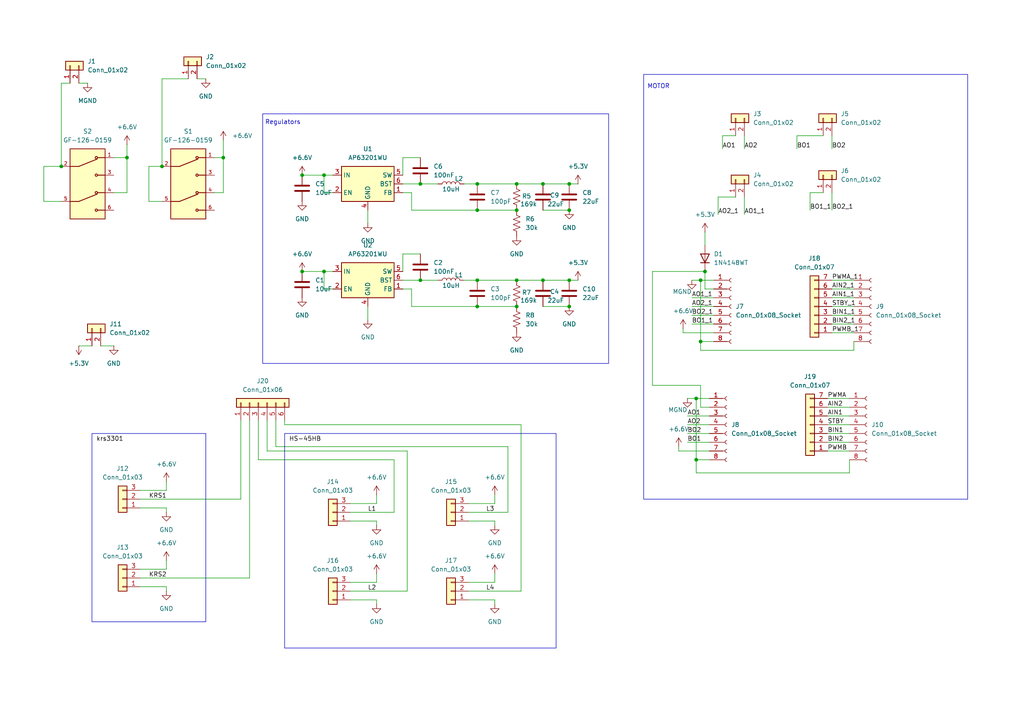
<source format=kicad_sch>
(kicad_sch (version 20250114) (generator "eeschema") (generator_version "9.0")
  (paper "A4")
  (lib_symbols
    (symbol "Connector:Conn_01x08_Socket" (pin_names (offset 1.016) (hide yes))
      (property "Reference" "J" (at 0 10.16 0))
      (property "Value" "Conn_01x08_Socket" (at 0 -12.7 0))
      (symbol "Conn_01x08_Socket_1_1"
        (polyline (pts (xy -1.27 7.62) (xy -0.508 7.62)) (stroke (width 0.1524)))
        (polyline (pts (xy -1.27 5.08) (xy -0.508 5.08)) (stroke (width 0.1524)))
        (polyline (pts (xy -1.27 2.54) (xy -0.508 2.54)) (stroke (width 0.1524)))
        (polyline (pts (xy -1.27 0) (xy -0.508 0)) (stroke (width 0.1524)))
        (polyline (pts (xy -1.27 -2.54) (xy -0.508 -2.54)) (stroke (width 0.1524)))
        (polyline (pts (xy -1.27 -5.08) (xy -0.508 -5.08)) (stroke (width 0.1524)))
        (polyline (pts (xy -1.27 -7.62) (xy -0.508 -7.62)) (stroke (width 0.1524)))
        (polyline (pts (xy -1.27 -10.16) (xy -0.508 -10.16)) (stroke (width 0.1524)))
        (arc (start 0 7.112) (mid -0.5058 7.62) (end 0 8.128) (stroke (width 0.1524)))
        (arc (start 0 4.572) (mid -0.5058 5.08) (end 0 5.588) (stroke (width 0.1524)))
        (arc (start 0 2.032) (mid -0.5058 2.54) (end 0 3.048) (stroke (width 0.1524)))
        (arc (start 0 -0.508) (mid -0.5058 0) (end 0 0.508) (stroke (width 0.1524)))
        (arc (start 0 -3.048) (mid -0.5058 -2.54) (end 0 -2.032) (stroke (width 0.1524)))
        (arc (start 0 -5.588) (mid -0.5058 -5.08) (end 0 -4.572) (stroke (width 0.1524)))
        (arc (start 0 -8.128) (mid -0.5058 -7.62) (end 0 -7.112) (stroke (width 0.1524)))
        (arc (start 0 -10.668) (mid -0.5058 -10.16) (end 0 -9.652) (stroke (width 0.1524)))
        (pin passive line (at -5.08 7.62 0) (length 3.81) (name "Pin_1") (number "1"))
        (pin passive line (at -5.08 5.08 0) (length 3.81) (name "Pin_2") (number "2"))
        (pin passive line (at -5.08 2.54 0) (length 3.81) (name "Pin_3") (number "3"))
        (pin passive line (at -5.08 0 0) (length 3.81) (name "Pin_4") (number "4"))
        (pin passive line (at -5.08 -2.54 0) (length 3.81) (name "Pin_5") (number "5"))
        (pin passive line (at -5.08 -5.08 0) (length 3.81) (name "Pin_6") (number "6"))
        (pin passive line (at -5.08 -7.62 0) (length 3.81) (name "Pin_7") (number "7"))
        (pin passive line (at -5.08 -10.16 0) (length 3.81) (name "Pin_8") (number "8"))
      )
    )
    (symbol "Connector_Generic:Conn_01x02" (pin_names (offset 1.016) (hide yes))
      (property "Reference" "J" (at 0 2.54 0))
      (property "Value" "Conn_01x02" (at 0 -5.08 0))
      (symbol "Conn_01x02_1_1"
        (rectangle (start -1.27 1.27) (end 1.27 -3.81) (stroke (width 0.254)) (fill (type background)))
        (rectangle (start -1.27 0.127) (end 0 -0.127) (stroke (width 0.1524)))
        (rectangle (start -1.27 -2.413) (end 0 -2.667) (stroke (width 0.1524)))
        (pin passive line (at -5.08 0 0) (length 3.81) (name "Pin_1") (number "1"))
        (pin passive line (at -5.08 -2.54 0) (length 3.81) (name "Pin_2") (number "2"))
      )
    )
    (symbol "Connector_Generic:Conn_01x03" (pin_names (offset 1.016) (hide yes))
      (property "Reference" "J" (at 0 5.08 0))
      (property "Value" "Conn_01x03" (at 0 -5.08 0))
      (symbol "Conn_01x03_1_1"
        (rectangle (start -1.27 3.81) (end 1.27 -3.81) (stroke (width 0.254)) (fill (type background)))
        (rectangle (start -1.27 2.667) (end 0 2.413) (stroke (width 0.1524)))
        (rectangle (start -1.27 0.127) (end 0 -0.127) (stroke (width 0.1524)))
        (rectangle (start -1.27 -2.413) (end 0 -2.667) (stroke (width 0.1524)))
        (pin passive line (at -5.08 2.54 0) (length 3.81) (name "Pin_1") (number "1"))
        (pin passive line (at -5.08 0 0) (length 3.81) (name "Pin_2") (number "2"))
        (pin passive line (at -5.08 -2.54 0) (length 3.81) (name "Pin_3") (number "3"))
      )
    )
    (symbol "Connector_Generic:Conn_01x06" (pin_names (offset 1.016) (hide yes))
      (property "Reference" "J" (at 0 7.62 0))
      (property "Value" "Conn_01x06" (at 0 -10.16 0))
      (symbol "Conn_01x06_1_1"
        (rectangle (start -1.27 6.35) (end 1.27 -8.89) (stroke (width 0.254)) (fill (type background)))
        (rectangle (start -1.27 5.207) (end 0 4.953) (stroke (width 0.1524)))
        (rectangle (start -1.27 2.667) (end 0 2.413) (stroke (width 0.1524)))
        (rectangle (start -1.27 0.127) (end 0 -0.127) (stroke (width 0.1524)))
        (rectangle (start -1.27 -2.413) (end 0 -2.667) (stroke (width 0.1524)))
        (rectangle (start -1.27 -4.953) (end 0 -5.207) (stroke (width 0.1524)))
        (rectangle (start -1.27 -7.493) (end 0 -7.747) (stroke (width 0.1524)))
        (pin passive line (at -5.08 5.08 0) (length 3.81) (name "Pin_1") (number "1"))
        (pin passive line (at -5.08 2.54 0) (length 3.81) (name "Pin_2") (number "2"))
        (pin passive line (at -5.08 0 0) (length 3.81) (name "Pin_3") (number "3"))
        (pin passive line (at -5.08 -2.54 0) (length 3.81) (name "Pin_4") (number "4"))
        (pin passive line (at -5.08 -5.08 0) (length 3.81) (name "Pin_5") (number "5"))
        (pin passive line (at -5.08 -7.62 0) (length 3.81) (name "Pin_6") (number "6"))
      )
    )
    (symbol "Connector_Generic:Conn_01x07" (pin_names (offset 1.016) (hide yes))
      (property "Reference" "J" (at 0 10.16 0))
      (property "Value" "Conn_01x07" (at 0 -10.16 0))
      (symbol "Conn_01x07_1_1"
        (rectangle (start -1.27 8.89) (end 1.27 -8.89) (stroke (width 0.254)) (fill (type background)))
        (rectangle (start -1.27 7.747) (end 0 7.493) (stroke (width 0.1524)))
        (rectangle (start -1.27 5.207) (end 0 4.953) (stroke (width 0.1524)))
        (rectangle (start -1.27 2.667) (end 0 2.413) (stroke (width 0.1524)))
        (rectangle (start -1.27 0.127) (end 0 -0.127) (stroke (width 0.1524)))
        (rectangle (start -1.27 -2.413) (end 0 -2.667) (stroke (width 0.1524)))
        (rectangle (start -1.27 -4.953) (end 0 -5.207) (stroke (width 0.1524)))
        (rectangle (start -1.27 -7.493) (end 0 -7.747) (stroke (width 0.1524)))
        (pin passive line (at -5.08 7.62 0) (length 3.81) (name "Pin_1") (number "1"))
        (pin passive line (at -5.08 5.08 0) (length 3.81) (name "Pin_2") (number "2"))
        (pin passive line (at -5.08 2.54 0) (length 3.81) (name "Pin_3") (number "3"))
        (pin passive line (at -5.08 0 0) (length 3.81) (name "Pin_4") (number "4"))
        (pin passive line (at -5.08 -2.54 0) (length 3.81) (name "Pin_5") (number "5"))
        (pin passive line (at -5.08 -5.08 0) (length 3.81) (name "Pin_6") (number "6"))
        (pin passive line (at -5.08 -7.62 0) (length 3.81) (name "Pin_7") (number "7"))
      )
    )
    (symbol "Device:C" (pin_numbers (hide yes)) (pin_names (offset 0.254))
      (property "Reference" "C" (at 0.635 2.54 0))
      (property "Value" "C" (at 0.635 -2.54 0))
      (symbol "C_0_1"
        (polyline (pts (xy -2.032 0.762) (xy 2.032 0.762)) (stroke (width 0.508)))
        (polyline (pts (xy -2.032 -0.762) (xy 2.032 -0.762)) (stroke (width 0.508)))
      )
      (symbol "C_1_1"
        (pin passive line (at 0 3.81 270) (length 2.794) (name "~") (number "1"))
        (pin passive line (at 0 -3.81 90) (length 2.794) (name "~") (number "2"))
      )
    )
    (symbol "Device:L" (pin_numbers (hide yes)) (pin_names (offset 1.016) (hide yes))
      (property "Reference" "L" (at -1.27 0 90))
      (property "Value" "L" (at 1.905 0 90))
      (symbol "L_0_1"
        (arc (start 0 2.54) (mid 0.6323 1.905) (end 0 1.27))
        (arc (start 0 1.27) (mid 0.6323 0.635) (end 0 0))
        (arc (start 0 0) (mid 0.6323 -0.635) (end 0 -1.27))
        (arc (start 0 -1.27) (mid 0.6323 -1.905) (end 0 -2.54))
      )
      (symbol "L_1_1"
        (pin passive line (at 0 3.81 270) (length 1.27) (name "1") (number "1"))
        (pin passive line (at 0 -3.81 90) (length 1.27) (name "2") (number "2"))
      )
    )
    (symbol "Device:R_US" (pin_numbers (hide yes)) (pin_names (offset 0))
      (property "Reference" "R" (at 2.54 0 90))
      (property "Value" "R_US" (at -2.54 0 90))
      (symbol "R_US_0_1"
        (polyline (pts (xy 0 2.286) (xy 0 2.54)))
        (polyline (pts (xy 0 2.286) (xy 1.016 1.905) (xy 0 1.524) (xy -1.016 1.143) (xy 0 0.762)))
        (polyline (pts (xy 0 0.762) (xy 1.016 0.381) (xy 0 0) (xy -1.016 -0.381) (xy 0 -0.762)))
        (polyline (pts (xy 0 -0.762) (xy 1.016 -1.143) (xy 0 -1.524) (xy -1.016 -1.905) (xy 0 -2.286)))
        (polyline (pts (xy 0 -2.286) (xy 0 -2.54)))
      )
      (symbol "R_US_1_1"
        (pin passive line (at 0 3.81 270) (length 1.27) (name "~") (number "1"))
        (pin passive line (at 0 -3.81 90) (length 1.27) (name "~") (number "2"))
      )
    )
    (symbol "Diode:1N4148WT" (pin_numbers (hide yes)) (pin_names (hide yes))
      (property "Reference" "D" (at 0 2.54 0))
      (property "Value" "1N4148WT" (at 0 -2.54 0))
      (symbol "1N4148WT_0_1"
        (polyline (pts (xy -1.27 1.27) (xy -1.27 -1.27)) (stroke (width 0.254)))
        (polyline (pts (xy 1.27 1.27) (xy 1.27 -1.27) (xy -1.27 0) (xy 1.27 1.27)) (stroke (width 0.254)))
        (polyline (pts (xy 1.27 0) (xy -1.27 0)))
      )
      (symbol "1N4148WT_1_1"
        (pin passive line (at -3.81 0 0) (length 2.54) (name "K") (number "1"))
        (pin passive line (at 3.81 0 180) (length 2.54) (name "A") (number "2"))
      )
    )
    (symbol "GF-126-0159:GF-126-0159" (pin_names (offset 1.016))
      (property "Reference" "S" (at -5.08 10.922 0))
      (property "Value" "GF-126-0159" (at -5.08 -12.7 0))
      (symbol "GF-126-0159_0_0"
        (rectangle (start -5.08 -10.16) (end 5.08 10.16) (stroke (width 0.254)) (fill (type background)))
        (polyline (pts (xy -2.54 5.08) (xy -5.08 5.08)) (stroke (width 0.254)))
        (polyline (pts (xy -2.54 5.08) (xy 2.794 7.2136)) (stroke (width 0.254)))
        (polyline (pts (xy -2.54 -5.08) (xy -5.08 -5.08)) (stroke (width 0.254)))
        (polyline (pts (xy -2.54 -5.08) (xy 2.794 -2.9464)) (stroke (width 0.254)))
        (circle (center 2.54 7.62) (radius 0.3302) (stroke (width 0.254)))
        (circle (center 2.54 2.54) (radius 0.3302) (stroke (width 0.254)))
        (circle (center 2.54 -2.54) (radius 0.3302) (stroke (width 0.254)))
        (circle (center 2.54 -7.62) (radius 0.3302) (stroke (width 0.254)))
        (polyline (pts (xy 5.08 7.62) (xy 2.921 7.62)) (stroke (width 0.254)))
        (polyline (pts (xy 5.08 2.54) (xy 2.921 2.54)) (stroke (width 0.254)))
        (polyline (pts (xy 5.08 -2.54) (xy 2.921 -2.54)) (stroke (width 0.254)))
        (polyline (pts (xy 5.08 -7.62) (xy 2.921 -7.62)) (stroke (width 0.254)))
        (pin passive line (at -7.62 5.08 0) (length 2.54) (name "~") (number "2"))
        (pin passive line (at -7.62 -5.08 0) (length 2.54) (name "~") (number "5"))
        (pin passive line (at 7.62 7.62 180) (length 2.54) (name "~") (number "1"))
        (pin passive line (at 7.62 2.54 180) (length 2.54) (name "~") (number "3"))
        (pin passive line (at 7.62 -2.54 180) (length 2.54) (name "~") (number "4"))
        (pin passive line (at 7.62 -7.62 180) (length 2.54) (name "~") (number "6"))
      )
    )
    (symbol "Regulator_Switching:AP63201WU"
      (property "Reference" "U" (at -7.62 6.35 0))
      (property "Value" "AP63201WU" (at 2.54 6.35 0))
      (symbol "AP63201WU_0_1"
        (rectangle (start -7.62 5.08) (end 7.62 -5.08) (stroke (width 0.254)) (fill (type background)))
      )
      (symbol "AP63201WU_1_1"
        (pin power_in line (at -10.16 2.54 0) (length 2.54) (name "IN") (number "3"))
        (pin input line (at -10.16 -2.54 0) (length 2.54) (name "EN") (number "2"))
        (pin power_in line (at 0 -7.62 90) (length 2.54) (name "GND") (number "4"))
        (pin output line (at 10.16 2.54 180) (length 2.54) (name "SW") (number "5"))
        (pin passive line (at 10.16 0 180) (length 2.54) (name "BST") (number "6"))
        (pin input line (at 10.16 -2.54 180) (length 2.54) (name "FB") (number "1"))
      )
    )
    (symbol "power:+1V0" (power) (pin_numbers (hide yes)) (pin_names (offset 0) (hide yes))
      (property "Value" "+1V0" (at 0 3.556 0))
      (symbol "+1V0_0_1"
        (polyline (pts (xy -0.762 1.27) (xy 0 2.54)))
        (polyline (pts (xy 0 2.54) (xy 0.762 1.27)))
        (polyline (pts (xy 0 0) (xy 0 2.54)))
      )
      (symbol "+1V0_1_1"
        (pin power_in line (at 0 0 90) (length 0) (name "~") (number "1"))
      )
    )
    (symbol "power:GND" (power) (pin_numbers (hide yes)) (pin_names (offset 0) (hide yes))
      (property "Value" "GND" (at 0 -3.81 0))
      (symbol "GND_0_1"
        (polyline (pts (xy 0 0) (xy 0 -1.27) (xy 1.27 -1.27) (xy 0 -2.54) (xy -1.27 -1.27) (xy 0 -1.27)))
      )
      (symbol "GND_1_1"
        (pin power_in line (at 0 0 270) (length 0) (name "~") (number "1"))
      )
    )
  )
  (rectangle (start 26.67 125.73) (end 59.69 180.34))
  (rectangle (start 82.55 125.73) (end 161.29 187.96))
  (rectangle (start 186.69 21.59) (end 280.67 144.78))
  (rectangle (start 76.2 33.02) (end 176.53 105.41))
  (text "Regulators\n" (at 82.042 35.56 0) (effects (font (size 1.27 1.27))))
  (text "MOTOR\n" (at 191.008 25.146 0) (effects (font (size 1.27 1.27))))
  (junction (at 138.43 60.96))
  (junction (at 149.86 60.96))
  (junction (at 138.43 88.9))
  (junction (at 165.1 53.34))
  (junction (at 165.1 60.96))
  (junction (at 93.98 50.8))
  (junction (at 93.98 78.74))
  (junction (at 17.78 48.26))
  (junction (at 87.63 50.8))
  (junction (at 149.86 53.34))
  (junction (at 204.47 78.74))
  (junction (at 201.93 133.35))
  (junction (at 64.77 45.72))
  (junction (at 157.48 81.28))
  (junction (at 46.99 48.26))
  (junction (at 165.1 81.28))
  (junction (at 149.86 81.28))
  (junction (at 87.63 78.74))
  (junction (at 149.86 88.9))
  (junction (at 165.1 88.9))
  (junction (at 36.83 45.72))
  (junction (at 121.92 53.34))
  (junction (at 138.43 53.34))
  (junction (at 157.48 53.34))
  (junction (at 138.43 81.28))
  (junction (at 121.92 81.28))
  (junction (at 203.2 99.06))
  (junction (at 203.2 81.28))
  (junction (at 201.93 115.57))
  (wire (pts (xy 40.64 165.1) (xy 48.26 165.1)))
  (wire (pts (xy 96.52 83.82) (xy 93.98 83.82)))
  (wire (pts (xy 40.64 144.78) (xy 69.85 144.78)))
  (wire (pts (xy 114.3 133.35) (xy 74.93 133.35)))
  (wire (pts (xy 209.55 39.37) (xy 209.55 43.18)))
  (wire (pts (xy 143.51 166.37) (xy 143.51 168.91)))
  (wire (pts (xy 199.39 123.19) (xy 205.74 123.19)))
  (wire (pts (xy 101.6 148.59) (xy 114.3 148.59)))
  (wire (pts (xy 109.22 143.51) (xy 109.22 146.05)))
  (wire (pts (xy 74.93 133.35) (xy 74.93 121.92)))
  (wire (pts (xy 64.77 40.64) (xy 64.77 45.72)))
  (wire (pts (xy 240.03 115.57) (xy 246.38 115.57)))
  (wire (pts (xy 241.3 86.36) (xy 247.65 86.36)))
  (wire (pts (xy 200.66 81.28) (xy 203.2 81.28)))
  (wire (pts (xy 12.7 48.26) (xy 17.78 48.26)))
  (wire (pts (xy 151.13 171.45) (xy 151.13 123.19)))
  (wire (pts (xy 207.01 83.82) (xy 204.47 83.82)))
  (wire (pts (xy 48.26 147.32) (xy 48.26 148.59)))
  (wire (pts (xy 205.74 130.81) (xy 196.85 130.81)))
  (wire (pts (xy 203.2 111.76) (xy 203.2 118.11)))
  (wire (pts (xy 127 53.34) (xy 121.92 53.34)))
  (wire (pts (xy 93.98 78.74) (xy 87.63 78.74)))
  (wire (pts (xy 201.93 133.35) (xy 201.93 115.57)))
  (wire (pts (xy 36.83 55.88) (xy 33.02 55.88)))
  (wire (pts (xy 203.2 101.6) (xy 203.2 99.06)))
  (wire (pts (xy 46.99 58.42) (xy 43.18 58.42)))
  (wire (pts (xy 241.3 39.37) (xy 241.3 43.18)))
  (wire (pts (xy 241.3 81.28) (xy 247.65 81.28)))
  (wire (pts (xy 247.65 101.6) (xy 203.2 101.6)))
  (wire (pts (xy 64.77 55.88) (xy 62.23 55.88)))
  (wire (pts (xy 231.14 39.37) (xy 231.14 43.18)))
  (wire (pts (xy 80.01 129.54) (xy 147.32 129.54)))
  (wire (pts (xy 96.52 78.74) (xy 93.98 78.74)))
  (wire (pts (xy 208.28 57.15) (xy 208.28 62.23)))
  (wire (pts (xy 119.38 60.96) (xy 119.38 55.88)))
  (wire (pts (xy 138.43 88.9) (xy 119.38 88.9)))
  (wire (pts (xy 240.03 120.65) (xy 246.38 120.65)))
  (wire (pts (xy 215.9 39.37) (xy 215.9 43.18)))
  (wire (pts (xy 106.68 92.71) (xy 106.68 88.9)))
  (wire (pts (xy 247.65 99.06) (xy 247.65 101.6)))
  (wire (pts (xy 149.86 60.96) (xy 138.43 60.96)))
  (wire (pts (xy 46.99 48.26) (xy 46.99 22.86)))
  (wire (pts (xy 40.64 167.64) (xy 72.39 167.64)))
  (wire (pts (xy 149.86 53.34) (xy 138.43 53.34)))
  (wire (pts (xy 59.69 22.86) (xy 57.15 22.86)))
  (wire (pts (xy 93.98 83.82) (xy 93.98 78.74)))
  (wire (pts (xy 12.7 58.42) (xy 12.7 48.26)))
  (wire (pts (xy 241.3 96.52) (xy 247.65 96.52)))
  (wire (pts (xy 167.64 81.28) (xy 165.1 81.28)))
  (wire (pts (xy 189.23 111.76) (xy 189.23 78.74)))
  (wire (pts (xy 143.51 173.99) (xy 143.51 175.26)))
  (wire (pts (xy 101.6 173.99) (xy 109.22 173.99)))
  (wire (pts (xy 241.3 93.98) (xy 247.65 93.98)))
  (wire (pts (xy 64.77 45.72) (xy 62.23 45.72)))
  (wire (pts (xy 135.89 171.45) (xy 151.13 171.45)))
  (wire (pts (xy 36.83 45.72) (xy 36.83 55.88)))
  (wire (pts (xy 17.78 24.13) (xy 17.78 48.26)))
  (wire (pts (xy 72.39 121.92) (xy 72.39 167.64)))
  (wire (pts (xy 209.55 39.37) (xy 213.36 39.37)))
  (wire (pts (xy 93.98 55.88) (xy 93.98 50.8)))
  (wire (pts (xy 135.89 173.99) (xy 143.51 173.99)))
  (wire (pts (xy 200.66 93.98) (xy 207.01 93.98)))
  (wire (pts (xy 40.64 142.24) (xy 48.26 142.24)))
  (wire (pts (xy 147.32 129.54) (xy 147.32 148.59)))
  (wire (pts (xy 127 81.28) (xy 121.92 81.28)))
  (wire (pts (xy 109.22 173.99) (xy 109.22 175.26)))
  (wire (pts (xy 241.3 88.9) (xy 247.65 88.9)))
  (wire (pts (xy 101.6 151.13) (xy 109.22 151.13)))
  (wire (pts (xy 157.48 81.28) (xy 149.86 81.28)))
  (wire (pts (xy 200.66 88.9) (xy 207.01 88.9)))
  (wire (pts (xy 135.89 151.13) (xy 143.51 151.13)))
  (wire (pts (xy 240.03 130.81) (xy 246.38 130.81)))
  (wire (pts (xy 241.3 55.88) (xy 241.3 60.96)))
  (wire (pts (xy 200.66 86.36) (xy 207.01 86.36)))
  (wire (pts (xy 80.01 121.92) (xy 80.01 129.54)))
  (wire (pts (xy 234.95 55.88) (xy 238.76 55.88)))
  (wire (pts (xy 116.84 78.74) (xy 116.84 73.66)))
  (wire (pts (xy 118.11 130.81) (xy 77.47 130.81)))
  (wire (pts (xy 48.26 162.56) (xy 48.26 165.1)))
  (wire (pts (xy 25.4 24.13) (xy 22.86 24.13)))
  (wire (pts (xy 119.38 83.82) (xy 116.84 83.82)))
  (wire (pts (xy 240.03 123.19) (xy 246.38 123.19)))
  (wire (pts (xy 40.64 147.32) (xy 48.26 147.32)))
  (wire (pts (xy 196.85 129.54) (xy 196.85 130.81)))
  (wire (pts (xy 17.78 58.42) (xy 12.7 58.42)))
  (wire (pts (xy 43.18 58.42) (xy 43.18 48.26)))
  (wire (pts (xy 241.3 91.44) (xy 247.65 91.44)))
  (wire (pts (xy 199.39 125.73) (xy 205.74 125.73)))
  (wire (pts (xy 234.95 55.88) (xy 234.95 60.96)))
  (wire (pts (xy 101.6 168.91) (xy 109.22 168.91)))
  (wire (pts (xy 48.26 170.18) (xy 48.26 171.45)))
  (wire (pts (xy 101.6 146.05) (xy 109.22 146.05)))
  (wire (pts (xy 149.86 88.9) (xy 138.43 88.9)))
  (wire (pts (xy 135.89 168.91) (xy 143.51 168.91)))
  (wire (pts (xy 134.62 53.34) (xy 138.43 53.34)))
  (wire (pts (xy 119.38 88.9) (xy 119.38 83.82)))
  (wire (pts (xy 204.47 78.74) (xy 204.47 83.82)))
  (wire (pts (xy 96.52 50.8) (xy 93.98 50.8)))
  (wire (pts (xy 203.2 99.06) (xy 203.2 81.28)))
  (wire (pts (xy 199.39 115.57) (xy 201.93 115.57)))
  (wire (pts (xy 36.83 41.91) (xy 36.83 45.72)))
  (wire (pts (xy 157.48 53.34) (xy 149.86 53.34)))
  (wire (pts (xy 205.74 133.35) (xy 201.93 133.35)))
  (wire (pts (xy 215.9 57.15) (xy 215.9 62.23)))
  (wire (pts (xy 203.2 111.76) (xy 189.23 111.76)))
  (wire (pts (xy 204.47 67.31) (xy 204.47 71.12)))
  (wire (pts (xy 29.21 100.33) (xy 33.02 100.33)))
  (wire (pts (xy 165.1 60.96) (xy 157.48 60.96)))
  (wire (pts (xy 143.51 151.13) (xy 143.51 152.4)))
  (wire (pts (xy 82.55 123.19) (xy 82.55 121.92)))
  (wire (pts (xy 64.77 45.72) (xy 64.77 55.88)))
  (wire (pts (xy 231.14 39.37) (xy 238.76 39.37)))
  (wire (pts (xy 208.28 57.15) (xy 213.36 57.15)))
  (wire (pts (xy 203.2 81.28) (xy 207.01 81.28)))
  (wire (pts (xy 151.13 123.19) (xy 82.55 123.19)))
  (wire (pts (xy 149.86 81.28) (xy 138.43 81.28)))
  (wire (pts (xy 199.39 120.65) (xy 205.74 120.65)))
  (wire (pts (xy 199.39 128.27) (xy 205.74 128.27)))
  (wire (pts (xy 157.48 81.28) (xy 165.1 81.28)))
  (wire (pts (xy 135.89 146.05) (xy 143.51 146.05)))
  (wire (pts (xy 135.89 148.59) (xy 147.32 148.59)))
  (wire (pts (xy 240.03 128.27) (xy 246.38 128.27)))
  (wire (pts (xy 116.84 45.72) (xy 121.92 45.72)))
  (wire (pts (xy 165.1 88.9) (xy 157.48 88.9)))
  (wire (pts (xy 93.98 50.8) (xy 87.63 50.8)))
  (wire (pts (xy 40.64 170.18) (xy 48.26 170.18)))
  (wire (pts (xy 43.18 48.26) (xy 46.99 48.26)))
  (wire (pts (xy 240.03 118.11) (xy 246.38 118.11)))
  (wire (pts (xy 189.23 78.74) (xy 204.47 78.74)))
  (wire (pts (xy 198.12 95.25) (xy 198.12 96.52)))
  (wire (pts (xy 201.93 137.16) (xy 201.93 133.35)))
  (wire (pts (xy 207.01 99.06) (xy 203.2 99.06)))
  (wire (pts (xy 200.66 91.44) (xy 207.01 91.44)))
  (wire (pts (xy 157.48 53.34) (xy 165.1 53.34)))
  (wire (pts (xy 77.47 130.81) (xy 77.47 121.92)))
  (wire (pts (xy 109.22 166.37) (xy 109.22 168.91)))
  (wire (pts (xy 106.68 64.77) (xy 106.68 60.96)))
  (wire (pts (xy 114.3 148.59) (xy 114.3 133.35)))
  (wire (pts (xy 119.38 55.88) (xy 116.84 55.88)))
  (wire (pts (xy 134.62 81.28) (xy 138.43 81.28)))
  (wire (pts (xy 36.83 45.72) (xy 33.02 45.72)))
  (wire (pts (xy 207.01 96.52) (xy 198.12 96.52)))
  (wire (pts (xy 96.52 55.88) (xy 93.98 55.88)))
  (wire (pts (xy 109.22 151.13) (xy 109.22 152.4)))
  (wire (pts (xy 138.43 60.96) (xy 119.38 60.96)))
  (wire (pts (xy 246.38 133.35) (xy 246.38 137.16)))
  (wire (pts (xy 246.38 137.16) (xy 201.93 137.16)))
  (wire (pts (xy 240.03 125.73) (xy 246.38 125.73)))
  (wire (pts (xy 167.64 53.34) (xy 165.1 53.34)))
  (wire (pts (xy 46.99 22.86) (xy 54.61 22.86)))
  (wire (pts (xy 116.84 50.8) (xy 116.84 45.72)))
  (wire (pts (xy 69.85 144.78) (xy 69.85 121.92)))
  (wire (pts (xy 143.51 143.51) (xy 143.51 146.05)))
  (wire (pts (xy 118.11 171.45) (xy 118.11 130.81)))
  (wire (pts (xy 48.26 139.7) (xy 48.26 142.24)))
  (wire (pts (xy 241.3 83.82) (xy 247.65 83.82)))
  (wire (pts (xy 205.74 118.11) (xy 203.2 118.11)))
  (wire (pts (xy 101.6 171.45) (xy 118.11 171.45)))
  (wire (pts (xy 116.84 53.34) (xy 121.92 53.34)))
  (wire (pts (xy 26.67 100.33) (xy 22.86 100.33)))
  (wire (pts (xy 201.93 115.57) (xy 205.74 115.57)))
  (wire (pts (xy 116.84 73.66) (xy 121.92 73.66)))
  (wire (pts (xy 17.78 24.13) (xy 20.32 24.13)))
  (wire (pts (xy 116.84 81.28) (xy 121.92 81.28)))
  (label "L2" (at 106.68 171.45 0))
  (label "L4" (at 140.97 171.45 0))
  (label "KRS1" (at 43.18 144.78 0))
  (label "PWMB" (at 240.03 130.81 0))
  (label "BIN1_1" (at 241.3 91.44 0))
  (label "PWMA" (at 240.03 115.57 0))
  (label "BO2" (at 199.39 125.73 0))
  (label "AO2_1" (at 208.28 62.23 0))
  (label "AO1" (at 199.39 120.65 0))
  (label "L1" (at 106.68 148.59 0))
  (label "HS-45HB" (at 83.82 128.27 0))
  (label "AO2" (at 199.39 123.19 0))
  (label "BO2_1" (at 241.3 60.96 0))
  (label "AO2_1" (at 200.66 88.9 0))
  (label "BIN1" (at 240.03 125.73 0))
  (label "KRS2" (at 43.18 167.64 0))
  (label "BO1" (at 231.14 43.18 0))
  (label "AO1_1" (at 215.9 62.23 0))
  (label "BIN2_1" (at 241.3 93.98 0))
  (label "AIN2" (at 240.03 118.11 0))
  (label "STBY" (at 240.03 123.19 0))
  (label "AIN1" (at 240.03 120.65 0))
  (label "AO1" (at 209.55 43.18 0))
  (label "PWMB_1" (at 241.3 96.52 0))
  (label "PWMA_1" (at 241.3 81.28 0))
  (label "BO1" (at 199.39 128.27 0))
  (label "AO1_1" (at 200.66 86.36 0))
  (label "AO2" (at 215.9 43.18 0))
  (label "BO2_1" (at 200.66 91.44 0))
  (label "AIN1_1" (at 241.3 86.36 0))
  (label "BIN2" (at 240.03 128.27 0))
  (label "krs3301" (at 27.94 128.27 0))
  (label "STBY_1" (at 241.3 88.9 0))
  (label "L3" (at 140.97 148.59 0))
  (label "AIN2_1" (at 241.3 83.82 0))
  (label "BO1_1" (at 234.95 60.96 0))
  (label "BO2" (at 241.3 43.18 0))
  (label "BO1_1" (at 200.66 93.98 0))
  (symbol (lib_id "Device:C") (at 121.92 49.53 0) (unit 1)
    (property "Reference" "C6" (at 125.73 48.2599 0) (effects (justify left)))
    (property "Value" "100nF" (at 125.73 50.7999 0) (effects (justify left)))
    (property "Footprint" "Capacitor_SMD:C_0603_1608Metric" (effects (hide yes)))
    (property "Description" "Unpolarized capacitor" (effects (hide yes)))
  )
  (symbol (lib_id "Device:L") (at 130.81 53.34 90) (unit 1)
    (property "Reference" "L2" (at 133.096 51.816 90))
    (property "Value" "10uH" (at 130.81 54.864 90))
    (property "Footprint" "Inductor_SMD:L_1210_3225Metric" (effects (hide yes)))
    (property "Description" "Inductor" (effects (hide yes)))
  )
  (symbol (lib_id "power:GND") (at 106.68 64.77 0) (unit 1)
    (property "Reference" "#PWR010" (effects (hide yes)))
    (property "Value" "GND" (at 106.68 69.85 0))
    (property "Description" "Power symbol creates a global label with name \"GND\" , ground" (effects (hide yes)))
  )
  (symbol (lib_id "Connector_Generic:Conn_01x02") (at 54.61 17.78 90) (unit 1)
    (property "Reference" "J2" (at 59.69 16.5099 90) (effects (justify right)))
    (property "Value" "Conn_01x02" (at 59.69 19.0499 90) (effects (justify right)))
    (property "Footprint" "Connector_Molex:Molex_KK-396_A-41791-0002_1x02_P3.96mm_Vertical" (effects (hide yes)))
    (property "Description" "Generic connector, single row, 01x02, script generated (kicad-library-utils/schlib/autogen/connector/)" (effects (hide yes)))
  )
  (symbol (lib_id "power:+1V0") (at 87.63 50.8 0) (unit 1)
    (property "Reference" "#PWR028" (effects (hide yes)))
    (property "Value" "+6.6V" (at 87.63 45.72 0))
    (property "Description" "Power symbol creates a global label with name \"+1V0\"" (effects (hide yes)))
  )
  (symbol (lib_id "Connector:Conn_01x08_Socket") (at 252.73 88.9 0) (unit 1)
    (property "Reference" "J9" (at 254 88.8999 0) (effects (justify left)))
    (property "Value" "Conn_01x08_Socket" (at 254 91.4399 0) (effects (justify left)))
    (property "Footprint" "Connector_PinHeader_2.54mm:PinHeader_1x08_P2.54mm_Vertical" (effects (hide yes)))
    (property "Description" "Generic connector, single row, 01x08, script generated" (effects (hide yes)))
  )
  (symbol (lib_id "GF-126-0159:GF-126-0159") (at 54.61 53.34 0) (unit 1)
    (property "Reference" "S1" (at 54.61 38.1 0))
    (property "Value" "GF-126-0159" (at 54.61 40.64 0))
    (property "Footprint" "GF_126_0159:SW_GF-126-0159" (effects (hide yes)))
    (property "MF" "CW Industries" (effects (hide yes)))
    (property "Purchase-URL" "https://pricing.snapeda.com/search/part/GF-126-0159/?ref=eda" (effects (hide yes)))
    (property "Package" "None" (effects (hide yes)))
    (property "Price" "None" (effects (hide yes)))
    (property "MP" "GF-126-0159" (effects (hide yes)))
    (property "Availability" "In Stock" (effects (hide yes)))
    (property "Description_1" "Slide Switch DPDT Through Hole" (effects (hide yes)))
  )
  (symbol (lib_id "Connector:Conn_01x08_Socket") (at 251.46 123.19 0) (unit 1)
    (property "Reference" "J10" (at 252.73 123.1899 0) (effects (justify left)))
    (property "Value" "Conn_01x08_Socket" (at 252.73 125.7299 0) (effects (justify left)))
    (property "Footprint" "Connector_PinHeader_2.54mm:PinHeader_1x08_P2.54mm_Vertical" (effects (hide yes)))
    (property "Description" "Generic connector, single row, 01x08, script generated" (effects (hide yes)))
  )
  (symbol (lib_id "Device:C") (at 87.63 82.55 0) (unit 1)
    (property "Reference" "C1" (at 91.44 81.2799 0) (effects (justify left)))
    (property "Value" "10uF" (at 91.44 83.8199 0) (effects (justify left)))
    (property "Footprint" "Capacitor_SMD:C_0603_1608Metric" (effects (hide yes)))
    (property "Description" "Unpolarized capacitor" (effects (hide yes)))
  )
  (symbol (lib_id "power:+1V0") (at 64.77 40.64 0) (unit 1)
    (property "Reference" "#PWR012" (effects (hide yes)))
    (property "Value" "+6.6V" (at 67.31 39.3699 0) (effects (justify left)))
    (property "Description" "Power symbol creates a global label with name \"+1V0\"" (effects (hide yes)))
  )
  (symbol (lib_id "power:+1V0") (at 196.85 129.54 0) (unit 1)
    (property "Reference" "#PWR023" (effects (hide yes)))
    (property "Value" "+6.6V" (at 196.85 124.46 0))
    (property "Description" "Power symbol creates a global label with name \"+1V0\"" (effects (hide yes)))
  )
  (symbol (lib_id "Connector_Generic:Conn_01x02") (at 238.76 34.29 90) (unit 1)
    (property "Reference" "J5" (at 243.84 33.0199 90) (effects (justify right)))
    (property "Value" "Conn_01x02" (at 243.84 35.5599 90) (effects (justify right)))
    (property "Footprint" "Connector_Molex:Molex_KK-396_A-41791-0002_1x02_P3.96mm_Vertical" (effects (hide yes)))
    (property "Description" "Generic connector, single row, 01x02, script generated (kicad-library-utils/schlib/autogen/connector/)" (effects (hide yes)))
  )
  (symbol (lib_id "Device:R_US") (at 149.86 57.15 0) (unit 1)
    (property "Reference" "R5" (at 151.384 56.896 0) (effects (justify left)))
    (property "Value" "169k" (at 150.876 59.182 0) (effects (justify left)))
    (property "Footprint" "Resistor_SMD:R_0603_1608Metric" (effects (hide yes)))
    (property "Description" "Resistor, US symbol" (effects (hide yes)))
  )
  (symbol (lib_id "Connector:Conn_01x08_Socket") (at 212.09 88.9 0) (unit 1)
    (property "Reference" "J7" (at 213.36 88.8999 0) (effects (justify left)))
    (property "Value" "Conn_01x08_Socket" (at 213.36 91.4399 0) (effects (justify left)))
    (property "Footprint" "Connector_PinHeader_2.54mm:PinHeader_1x08_P2.54mm_Vertical" (effects (hide yes)))
    (property "Description" "Generic connector, single row, 01x08, script generated" (effects (hide yes)))
  )
  (symbol (lib_id "power:GND") (at 143.51 152.4 0) (unit 1)
    (property "Reference" "#PWR039" (effects (hide yes)))
    (property "Value" "GND" (at 143.51 157.48 0))
    (property "Description" "Power symbol creates a global label with name \"GND\" , ground" (effects (hide yes)))
  )
  (symbol (lib_id "power:GND") (at 59.69 22.86 0) (unit 1)
    (property "Reference" "#PWR03" (effects (hide yes)))
    (property "Value" "GND" (at 59.69 27.94 0))
    (property "Description" "Power symbol creates a global label with name \"GND\" , ground" (effects (hide yes)))
  )
  (symbol (lib_id "power:+1V0") (at 167.64 81.28 0) (unit 1)
    (property "Reference" "#PWR031" (effects (hide yes)))
    (property "Value" "+5.3V" (at 167.64 76.2 0))
    (property "Description" "Power symbol creates a global label with name \"+1V0\"" (effects (hide yes)))
  )
  (symbol (lib_id "Connector_Generic:Conn_01x03") (at 35.56 144.78 180) (unit 1)
    (property "Reference" "J12" (at 35.56 135.89 0))
    (property "Value" "Conn_01x03" (at 35.56 138.43 0))
    (property "Footprint" "Connector_JST:JST_EH_B3B-EH-A_1x03_P2.50mm_Vertical" (effects (hide yes)))
    (property "Description" "Generic connector, single row, 01x03, script generated (kicad-library-utils/schlib/autogen/connector/)" (effects (hide yes)))
  )
  (symbol (lib_id "Connector_Generic:Conn_01x02") (at 20.32 19.05 90) (unit 1)
    (property "Reference" "J1" (at 25.4 17.7799 90) (effects (justify right)))
    (property "Value" "Conn_01x02" (at 25.4 20.3199 90) (effects (justify right)))
    (property "Footprint" "Connector_Molex:Molex_KK-396_A-41791-0002_1x02_P3.96mm_Vertical" (effects (hide yes)))
    (property "Description" "Generic connector, single row, 01x02, script generated (kicad-library-utils/schlib/autogen/connector/)" (effects (hide yes)))
  )
  (symbol (lib_id "Connector_Generic:Conn_01x02") (at 238.76 50.8 90) (unit 1)
    (property "Reference" "J6" (at 243.84 49.5299 90) (effects (justify right)))
    (property "Value" "Conn_01x02" (at 243.84 52.0699 90) (effects (justify right)))
    (property "Footprint" "Connector_Molex:Molex_KK-396_A-41791-0002_1x02_P3.96mm_Vertical" (effects (hide yes)))
    (property "Description" "Generic connector, single row, 01x02, script generated (kicad-library-utils/schlib/autogen/connector/)" (effects (hide yes)))
  )
  (symbol (lib_id "power:GND") (at 33.02 100.33 0) (unit 1)
    (property "Reference" "#PWR02" (effects (hide yes)))
    (property "Value" "GND" (at 33.02 105.41 0))
    (property "Description" "Power symbol creates a global label with name \"GND\" , ground" (effects (hide yes)))
  )
  (symbol (lib_id "power:+1V0") (at 22.86 100.33 180) (unit 1)
    (property "Reference" "#PWR01" (effects (hide yes)))
    (property "Value" "+5.3V" (at 22.86 105.41 0))
    (property "Description" "Power symbol creates a global label with name \"+1V0\"" (effects (hide yes)))
  )
  (symbol (lib_id "Device:C") (at 87.63 54.61 0) (unit 1)
    (property "Reference" "C5" (at 91.44 53.3399 0) (effects (justify left)))
    (property "Value" "10uF" (at 91.44 55.8799 0) (effects (justify left)))
    (property "Footprint" "Capacitor_SMD:C_0603_1608Metric" (effects (hide yes)))
    (property "Description" "Unpolarized capacitor" (effects (hide yes)))
  )
  (symbol (lib_id "power:+1V0") (at 143.51 166.37 0) (unit 1)
    (property "Reference" "#PWR042" (effects (hide yes)))
    (property "Value" "+6.6V" (at 143.51 161.29 0))
    (property "Description" "Power symbol creates a global label with name \"+1V0\"" (effects (hide yes)))
  )
  (symbol (lib_id "Diode:1N4148WT") (at 204.47 74.93 90) (unit 1)
    (property "Reference" "D1" (at 207.01 73.6599 90) (effects (justify right)))
    (property "Value" "1N4148WT" (at 207.01 76.1999 90) (effects (justify right)))
    (property "Footprint" "Diode_SMD:D_SOD-523" (effects (hide yes)))
    (property "Datasheet" "https://www.diodes.com/assets/Datasheets/ds30396.pdf" (effects (hide yes)))
    (property "Description" "75V 0.15A Fast switching Diode, SOD-523" (effects (hide yes)))
    (property "Sim.Device" "D" (effects (hide yes)))
    (property "Sim.Pins" "1=K 2=A" (effects (hide yes)))
  )
  (symbol (lib_id "Connector_Generic:Conn_01x03") (at 96.52 171.45 180) (unit 1)
    (property "Reference" "J16" (at 96.52 162.56 0))
    (property "Value" "Conn_01x03" (at 96.52 165.1 0))
    (property "Footprint" "Connector_JST:JST_EH_B3B-EH-A_1x03_P2.50mm_Vertical" (effects (hide yes)))
    (property "Description" "Generic connector, single row, 01x03, script generated (kicad-library-utils/schlib/autogen/connector/)" (effects (hide yes)))
  )
  (symbol (lib_id "power:GND") (at 143.51 175.26 0) (unit 1)
    (property "Reference" "#PWR043" (effects (hide yes)))
    (property "Value" "GND" (at 143.51 180.34 0))
    (property "Description" "Power symbol creates a global label with name \"GND\" , ground" (effects (hide yes)))
  )
  (symbol (lib_id "Connector_Generic:Conn_01x02") (at 213.36 34.29 90) (unit 1)
    (property "Reference" "J3" (at 218.44 33.0199 90) (effects (justify right)))
    (property "Value" "Conn_01x02" (at 218.44 35.5599 90) (effects (justify right)))
    (property "Footprint" "Connector_Molex:Molex_KK-396_A-41791-0002_1x02_P3.96mm_Vertical" (effects (hide yes)))
    (property "Description" "Generic connector, single row, 01x02, script generated (kicad-library-utils/schlib/autogen/connector/)" (effects (hide yes)))
  )
  (symbol (lib_id "Connector_Generic:Conn_01x07") (at 236.22 88.9 180) (unit 1)
    (property "Reference" "J18" (at 236.22 74.93 0))
    (property "Value" "Conn_01x07" (at 236.22 77.47 0))
    (property "Footprint" "Connector_JST:JST_EH_B7B-EH-A_1x07_P2.50mm_Vertical" (effects (hide yes)))
    (property "Description" "Generic connector, single row, 01x07, script generated (kicad-library-utils/schlib/autogen/connector/)" (effects (hide yes)))
  )
  (symbol (lib_id "Device:R_US") (at 149.86 85.09 0) (unit 1)
    (property "Reference" "R7" (at 151.384 84.836 0) (effects (justify left)))
    (property "Value" "169k" (at 150.876 87.122 0) (effects (justify left)))
    (property "Footprint" "Resistor_SMD:R_0603_1608Metric" (effects (hide yes)))
    (property "Description" "Resistor, US symbol" (effects (hide yes)))
  )
  (symbol (lib_id "Device:R_US") (at 149.86 92.71 0) (unit 1)
    (property "Reference" "R8" (at 152.4 91.4399 0) (effects (justify left)))
    (property "Value" "30k" (at 152.4 93.9799 0) (effects (justify left)))
    (property "Footprint" "Resistor_SMD:R_0603_1608Metric" (effects (hide yes)))
    (property "Description" "Resistor, US symbol" (effects (hide yes)))
  )
  (symbol (lib_id "power:+1V0") (at 48.26 139.7 0) (unit 1)
    (property "Reference" "#PWR044" (effects (hide yes)))
    (property "Value" "+6.6V" (at 48.26 134.62 0))
    (property "Description" "Power symbol creates a global label with name \"+1V0\"" (effects (hide yes)))
  )
  (symbol (lib_id "power:GND") (at 165.1 60.96 0) (unit 1)
    (property "Reference" "#PWR027" (effects (hide yes)))
    (property "Value" "GND" (at 165.1 66.04 0))
    (property "Description" "Power symbol creates a global label with name \"GND\" , ground" (effects (hide yes)))
  )
  (symbol (lib_id "Device:C") (at 121.92 77.47 0) (unit 1)
    (property "Reference" "C2" (at 125.73 76.1999 0) (effects (justify left)))
    (property "Value" "100nF" (at 125.73 78.7399 0) (effects (justify left)))
    (property "Footprint" "Capacitor_SMD:C_0603_1608Metric" (effects (hide yes)))
    (property "Description" "Unpolarized capacitor" (effects (hide yes)))
  )
  (symbol (lib_id "power:+1V0") (at 109.22 166.37 0) (unit 1)
    (property "Reference" "#PWR036" (effects (hide yes)))
    (property "Value" "+6.6V" (at 109.22 161.29 0))
    (property "Description" "Power symbol creates a global label with name \"+1V0\"" (effects (hide yes)))
  )
  (symbol (lib_id "power:GND") (at 87.63 58.42 0) (unit 1)
    (property "Reference" "#PWR09" (effects (hide yes)))
    (property "Value" "GND" (at 87.63 63.5 0))
    (property "Description" "Power symbol creates a global label with name \"GND\" , ground" (effects (hide yes)))
  )
  (symbol (lib_id "Connector_Generic:Conn_01x02") (at 213.36 52.07 90) (unit 1)
    (property "Reference" "J4" (at 218.44 50.7999 90) (effects (justify right)))
    (property "Value" "Conn_01x02" (at 218.44 53.3399 90) (effects (justify right)))
    (property "Footprint" "Connector_Molex:Molex_KK-396_A-41791-0002_1x02_P3.96mm_Vertical" (effects (hide yes)))
    (property "Description" "Generic connector, single row, 01x02, script generated (kicad-library-utils/schlib/autogen/connector/)" (effects (hide yes)))
  )
  (symbol (lib_id "Device:C") (at 138.43 57.15 0) (unit 1)
    (property "Reference" "C7" (at 142.24 55.8799 0) (effects (justify left)))
    (property "Value" "100pF" (at 142.24 58.4199 0) (effects (justify left)))
    (property "Footprint" "Capacitor_SMD:C_0603_1608Metric" (effects (hide yes)))
    (property "Description" "Unpolarized capacitor" (effects (hide yes)))
  )
  (symbol (lib_id "power:+1V0") (at 198.12 95.25 0) (unit 1)
    (property "Reference" "#PWR022" (effects (hide yes)))
    (property "Value" "+6.6V" (at 198.12 90.17 0))
    (property "Description" "Power symbol creates a global label with name \"+1V0\"" (effects (hide yes)))
  )
  (symbol (lib_id "Connector_Generic:Conn_01x06") (at 74.93 116.84 90) (unit 1)
    (property "Reference" "J20" (at 76.2 110.49 90))
    (property "Value" "Conn_01x06" (at 76.2 113.03 90))
    (property "Footprint" "Connector_JST:JST_EH_B6B-EH-A_1x06_P2.50mm_Vertical" (effects (hide yes)))
    (property "Description" "Generic connector, single row, 01x06, script generated (kicad-library-utils/schlib/autogen/connector/)" (effects (hide yes)))
  )
  (symbol (lib_id "Device:C") (at 157.48 85.09 0) (unit 1)
    (property "Reference" "C4" (at 159.512 84.582 0) (effects (justify left)))
    (property "Value" "22uF" (at 158.75 87.122 0) (effects (justify left)))
    (property "Footprint" "Capacitor_SMD:C_0603_1608Metric" (effects (hide yes)))
    (property "Description" "Unpolarized capacitor" (effects (hide yes)))
  )
  (symbol (lib_id "power:GND") (at 48.26 171.45 0) (unit 1)
    (property "Reference" "#PWR047" (effects (hide yes)))
    (property "Value" "GND" (at 48.26 176.53 0))
    (property "Description" "Power symbol creates a global label with name \"GND\" , ground" (effects (hide yes)))
  )
  (symbol (lib_id "power:GND") (at 200.66 81.28 0) (unit 1)
    (property "Reference" "#PWR05" (effects (hide yes)))
    (property "Value" "MGND" (at 197.866 84.582 0))
    (property "Description" "Power symbol creates a global label with name \"GND\" , ground" (effects (hide yes)))
  )
  (symbol (lib_id "Connector_Generic:Conn_01x03") (at 130.81 148.59 180) (unit 1)
    (property "Reference" "J15" (at 130.81 139.7 0))
    (property "Value" "Conn_01x03" (at 130.81 142.24 0))
    (property "Footprint" "Connector_JST:JST_EH_B3B-EH-A_1x03_P2.50mm_Vertical" (effects (hide yes)))
    (property "Description" "Generic connector, single row, 01x03, script generated (kicad-library-utils/schlib/autogen/connector/)" (effects (hide yes)))
  )
  (symbol (lib_id "power:+1V0") (at 109.22 143.51 0) (unit 1)
    (property "Reference" "#PWR035" (effects (hide yes)))
    (property "Value" "+6.6V" (at 109.22 138.43 0))
    (property "Description" "Power symbol creates a global label with name \"+1V0\"" (effects (hide yes)))
  )
  (symbol (lib_id "Connector_Generic:Conn_01x02") (at 26.67 95.25 90) (unit 1)
    (property "Reference" "J11" (at 31.75 93.9799 90) (effects (justify right)))
    (property "Value" "Conn_01x02" (at 31.75 96.5199 90) (effects (justify right)))
    (property "Footprint" "Connector_Molex:Molex_KK-396_A-41791-0002_1x02_P3.96mm_Vertical" (effects (hide yes)))
    (property "Description" "Generic connector, single row, 01x02, script generated (kicad-library-utils/schlib/autogen/connector/)" (effects (hide yes)))
  )
  (symbol (lib_id "power:+1V0") (at 204.47 67.31 0) (unit 1)
    (property "Reference" "#PWR016" (effects (hide yes)))
    (property "Value" "+5.3V" (at 204.47 62.23 0))
    (property "Description" "Power symbol creates a global label with name \"+1V0\"" (effects (hide yes)))
  )
  (symbol (lib_id "power:+1V0") (at 87.63 78.74 0) (unit 1)
    (property "Reference" "#PWR06" (effects (hide yes)))
    (property "Value" "+6.6V" (at 87.63 73.66 0))
    (property "Description" "Power symbol creates a global label with name \"+1V0\"" (effects (hide yes)))
  )
  (symbol (lib_id "Regulator_Switching:AP63201WU") (at 106.68 81.28 0) (unit 1)
    (property "Reference" "U2" (at 106.68 71.12 0))
    (property "Value" "AP63201WU" (at 106.68 73.66 0))
    (property "Footprint" "Package_TO_SOT_SMD:TSOT-23-6" (effects (hide yes)))
    (property "Datasheet" "https://www.diodes.com/assets/Datasheets/AP63200-AP63201-AP63203-AP63205.pdf" (effects (hide yes)))
    (property "Description" "2A, 500kHz Buck DC/DC Converter, adjustable output voltage, TSOT-23-6" (effects (hide yes)))
  )
  (symbol (lib_id "Connector_Generic:Conn_01x03") (at 130.81 171.45 180) (unit 1)
    (property "Reference" "J17" (at 130.81 162.56 0))
    (property "Value" "Conn_01x03" (at 130.81 165.1 0))
    (property "Footprint" "Connector_JST:JST_EH_B3B-EH-A_1x03_P2.50mm_Vertical" (effects (hide yes)))
    (property "Description" "Generic connector, single row, 01x03, script generated (kicad-library-utils/schlib/autogen/connector/)" (effects (hide yes)))
  )
  (symbol (lib_id "Device:C") (at 157.48 57.15 0) (unit 1)
    (property "Reference" "C9" (at 159.512 56.642 0) (effects (justify left)))
    (property "Value" "22uF" (at 158.75 59.182 0) (effects (justify left)))
    (property "Footprint" "Capacitor_SMD:C_0603_1608Metric" (effects (hide yes)))
    (property "Description" "Unpolarized capacitor" (effects (hide yes)))
  )
  (symbol (lib_id "power:GND") (at 149.86 96.52 0) (unit 1)
    (property "Reference" "#PWR029" (effects (hide yes)))
    (property "Value" "GND" (at 149.86 101.6 0))
    (property "Description" "Power symbol creates a global label with name \"GND\" , ground" (effects (hide yes)))
  )
  (symbol (lib_id "power:GND") (at 48.26 148.59 0) (unit 1)
    (property "Reference" "#PWR045" (effects (hide yes)))
    (property "Value" "GND" (at 48.26 153.67 0))
    (property "Description" "Power symbol creates a global label with name \"GND\" , ground" (effects (hide yes)))
  )
  (symbol (lib_id "power:GND") (at 199.39 115.57 0) (unit 1)
    (property "Reference" "#PWR024" (effects (hide yes)))
    (property "Value" "MGND" (at 196.596 118.872 0))
    (property "Description" "Power symbol creates a global label with name \"GND\" , ground" (effects (hide yes)))
  )
  (symbol (lib_id "power:GND") (at 106.68 92.71 0) (unit 1)
    (property "Reference" "#PWR08" (effects (hide yes)))
    (property "Value" "GND" (at 106.68 97.79 0))
    (property "Description" "Power symbol creates a global label with name \"GND\" , ground" (effects (hide yes)))
  )
  (symbol (lib_id "Connector:Conn_01x08_Socket") (at 210.82 123.19 0) (unit 1)
    (property "Reference" "J8" (at 212.09 123.1899 0) (effects (justify left)))
    (property "Value" "Conn_01x08_Socket" (at 212.09 125.7299 0) (effects (justify left)))
    (property "Footprint" "Connector_PinHeader_2.54mm:PinHeader_1x08_P2.54mm_Vertical" (effects (hide yes)))
    (property "Description" "Generic connector, single row, 01x08, script generated" (effects (hide yes)))
  )
  (symbol (lib_id "power:GND") (at 109.22 175.26 0) (unit 1)
    (property "Reference" "#PWR037" (effects (hide yes)))
    (property "Value" "GND" (at 109.22 180.34 0))
    (property "Description" "Power symbol creates a global label with name \"GND\" , ground" (effects (hide yes)))
  )
  (symbol (lib_id "power:GND") (at 149.86 68.58 0) (unit 1)
    (property "Reference" "#PWR011" (effects (hide yes)))
    (property "Value" "GND" (at 149.86 73.66 0))
    (property "Description" "Power symbol creates a global label with name \"GND\" , ground" (effects (hide yes)))
  )
  (symbol (lib_id "Connector_Generic:Conn_01x03") (at 35.56 167.64 180) (unit 1)
    (property "Reference" "J13" (at 35.56 158.75 0))
    (property "Value" "Conn_01x03" (at 35.56 161.29 0))
    (property "Footprint" "Connector_JST:JST_EH_B3B-EH-A_1x03_P2.50mm_Vertical" (effects (hide yes)))
    (property "Description" "Generic connector, single row, 01x03, script generated (kicad-library-utils/schlib/autogen/connector/)" (effects (hide yes)))
  )
  (symbol (lib_id "power:GND") (at 165.1 88.9 0) (unit 1)
    (property "Reference" "#PWR030" (effects (hide yes)))
    (property "Value" "GND" (at 165.1 93.98 0))
    (property "Description" "Power symbol creates a global label with name \"GND\" , ground" (effects (hide yes)))
  )
  (symbol (lib_id "power:+1V0") (at 48.26 162.56 0) (unit 1)
    (property "Reference" "#PWR046" (effects (hide yes)))
    (property "Value" "+6.6V" (at 48.26 157.48 0))
    (property "Description" "Power symbol creates a global label with name \"+1V0\"" (effects (hide yes)))
  )
  (symbol (lib_id "GF-126-0159:GF-126-0159") (at 25.4 53.34 0) (unit 1)
    (property "Reference" "S2" (at 25.4 38.1 0))
    (property "Value" "GF-126-0159" (at 25.4 40.64 0))
    (property "Footprint" "GF_126_0159:SW_GF-126-0159" (effects (hide yes)))
    (property "MF" "CW Industries" (effects (hide yes)))
    (property "Purchase-URL" "https://pricing.snapeda.com/search/part/GF-126-0159/?ref=eda" (effects (hide yes)))
    (property "Package" "None" (effects (hide yes)))
    (property "Price" "None" (effects (hide yes)))
    (property "MP" "GF-126-0159" (effects (hide yes)))
    (property "Availability" "In Stock" (effects (hide yes)))
    (property "Description_1" "Slide Switch DPDT Through Hole" (effects (hide yes)))
  )
  (symbol (lib_id "Device:R_US") (at 149.86 64.77 0) (unit 1)
    (property "Reference" "R6" (at 152.4 63.4999 0) (effects (justify left)))
    (property "Value" "30k" (at 152.4 66.0399 0) (effects (justify left)))
    (property "Footprint" "Resistor_SMD:R_0603_1608Metric" (effects (hide yes)))
    (property "Description" "Resistor, US symbol" (effects (hide yes)))
  )
  (symbol (lib_id "power:+1V0") (at 167.64 53.34 0) (unit 1)
    (property "Reference" "#PWR026" (effects (hide yes)))
    (property "Value" "+5.3V" (at 167.64 48.26 0))
    (property "Description" "Power symbol creates a global label with name \"+1V0\"" (effects (hide yes)))
  )
  (symbol (lib_id "power:GND") (at 109.22 152.4 0) (unit 1)
    (property "Reference" "#PWR034" (effects (hide yes)))
    (property "Value" "GND" (at 109.22 157.48 0))
    (property "Description" "Power symbol creates a global label with name \"GND\" , ground" (effects (hide yes)))
  )
  (symbol (lib_id "Connector_Generic:Conn_01x07") (at 234.95 123.19 180) (unit 1)
    (property "Reference" "J19" (at 234.95 109.22 0))
    (property "Value" "Conn_01x07" (at 234.95 111.76 0))
    (property "Footprint" "Connector_JST:JST_EH_B7B-EH-A_1x07_P2.50mm_Vertical" (effects (hide yes)))
    (property "Description" "Generic connector, single row, 01x07, script generated (kicad-library-utils/schlib/autogen/connector/)" (effects (hide yes)))
  )
  (symbol (lib_id "power:+1V0") (at 143.51 143.51 0) (unit 1)
    (property "Reference" "#PWR038" (effects (hide yes)))
    (property "Value" "+6.6V" (at 143.51 138.43 0))
    (property "Description" "Power symbol creates a global label with name \"+1V0\"" (effects (hide yes)))
  )
  (symbol (lib_id "Device:C") (at 165.1 57.15 0) (unit 1)
    (property "Reference" "C8" (at 168.91 55.8799 0) (effects (justify left)))
    (property "Value" "22uF" (at 168.91 58.4199 0) (effects (justify left)))
    (property "Footprint" "Capacitor_SMD:C_0603_1608Metric" (effects (hide yes)))
    (property "Description" "Unpolarized capacitor" (effects (hide yes)))
  )
  (symbol (lib_id "Device:C") (at 165.1 85.09 0) (unit 1)
    (property "Reference" "C10" (at 168.91 83.8199 0) (effects (justify left)))
    (property "Value" "22uF" (at 168.91 86.3599 0) (effects (justify left)))
    (property "Footprint" "Capacitor_SMD:C_0603_1608Metric" (effects (hide yes)))
    (property "Description" "Unpolarized capacitor" (effects (hide yes)))
  )
  (symbol (lib_id "power:+1V0") (at 36.83 41.91 0) (unit 1)
    (property "Reference" "#PWR032" (effects (hide yes)))
    (property "Value" "+6.6V" (at 36.83 36.83 0))
    (property "Description" "Power symbol creates a global label with name \"+1V0\"" (effects (hide yes)))
  )
  (symbol (lib_id "Device:C") (at 138.43 85.09 0) (unit 1)
    (property "Reference" "C3" (at 142.24 83.8199 0) (effects (justify left)))
    (property "Value" "100pF" (at 142.24 86.3599 0) (effects (justify left)))
    (property "Footprint" "Capacitor_SMD:C_0603_1608Metric" (effects (hide yes)))
    (property "Description" "Unpolarized capacitor" (effects (hide yes)))
  )
  (symbol (lib_id "Connector_Generic:Conn_01x03") (at 96.52 148.59 180) (unit 1)
    (property "Reference" "J14" (at 96.52 139.7 0))
    (property "Value" "Conn_01x03" (at 96.52 142.24 0))
    (property "Footprint" "Connector_JST:JST_EH_B3B-EH-A_1x03_P2.50mm_Vertical" (effects (hide yes)))
    (property "Description" "Generic connector, single row, 01x03, script generated (kicad-library-utils/schlib/autogen/connector/)" (effects (hide yes)))
  )
  (symbol (lib_id "Regulator_Switching:AP63201WU") (at 106.68 53.34 0) (unit 1)
    (property "Reference" "U1" (at 106.68 43.18 0))
    (property "Value" "AP63201WU" (at 106.68 45.72 0))
    (property "Footprint" "Package_TO_SOT_SMD:TSOT-23-6" (effects (hide yes)))
    (property "Datasheet" "https://www.diodes.com/assets/Datasheets/AP63200-AP63201-AP63203-AP63205.pdf" (effects (hide yes)))
    (property "Description" "2A, 500kHz Buck DC/DC Converter, adjustable output voltage, TSOT-23-6" (effects (hide yes)))
  )
  (symbol (lib_id "Device:L") (at 130.81 81.28 90) (unit 1)
    (property "Reference" "L1" (at 133.096 79.756 90))
    (property "Value" "10uH" (at 130.81 82.804 90))
    (property "Footprint" "Inductor_SMD:L_1210_3225Metric" (effects (hide yes)))
    (property "Description" "Inductor" (effects (hide yes)))
  )
  (symbol (lib_id "power:GND") (at 25.4 24.13 0) (unit 1)
    (property "Reference" "#PWR04" (effects (hide yes)))
    (property "Value" "MGND" (at 25.4 29.21 0))
    (property "Description" "Power symbol creates a global label with name \"GND\" , ground" (effects (hide yes)))
  )
  (symbol (lib_id "power:GND") (at 87.63 86.36 0) (unit 1)
    (property "Reference" "#PWR07" (effects (hide yes)))
    (property "Value" "GND" (at 87.63 91.44 0))
    (property "Description" "Power symbol creates a global label with name \"GND\" , ground" (effects (hide yes)))
  )
)
</source>
